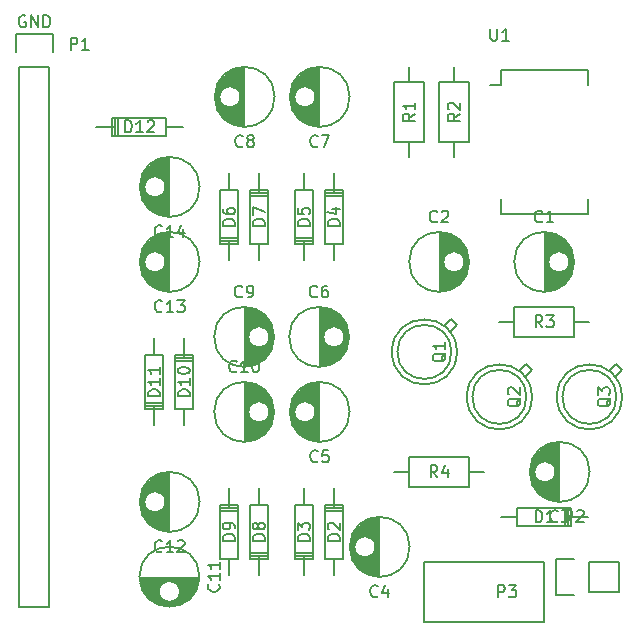
<source format=gto>
G04 #@! TF.FileFunction,Legend,Top*
%FSLAX46Y46*%
G04 Gerber Fmt 4.6, Leading zero omitted, Abs format (unit mm)*
G04 Created by KiCad (PCBNEW 4.0.4+e1-6308~48~ubuntu16.04.1-stable) date Thu Dec  1 18:14:11 2016*
%MOMM*%
%LPD*%
G01*
G04 APERTURE LIST*
%ADD10C,0.100000*%
%ADD11C,0.150000*%
G04 APERTURE END LIST*
D10*
D11*
X106680000Y-78740000D02*
X116840000Y-78740000D01*
X116840000Y-78740000D02*
X116840000Y-83820000D01*
X116840000Y-83820000D02*
X106680000Y-83820000D01*
X106680000Y-83820000D02*
X106680000Y-78740000D01*
X72390000Y-36830000D02*
X72390000Y-82550000D01*
X72390000Y-82550000D02*
X74930000Y-82550000D01*
X74930000Y-82550000D02*
X74930000Y-36830000D01*
X72110000Y-34010000D02*
X72110000Y-35560000D01*
X72390000Y-36830000D02*
X74930000Y-36830000D01*
X75210000Y-35560000D02*
X75210000Y-34010000D01*
X75210000Y-34010000D02*
X72110000Y-34010000D01*
X114553480Y-74932540D02*
X113156480Y-74932540D01*
X118998480Y-74932540D02*
X120522480Y-74932540D01*
X118617480Y-75694540D02*
X118617480Y-74170540D01*
X118871480Y-75694540D02*
X118871480Y-74170540D01*
X119125480Y-74932540D02*
X119125480Y-74170540D01*
X119125480Y-74170540D02*
X114553480Y-74170540D01*
X114553480Y-74170540D02*
X114553480Y-75694540D01*
X114553480Y-75694540D02*
X119125480Y-75694540D01*
X119125480Y-75694540D02*
X119125480Y-74932540D01*
X99062540Y-78486520D02*
X99062540Y-79883520D01*
X99062540Y-74041520D02*
X99062540Y-72517520D01*
X99824540Y-74422520D02*
X98300540Y-74422520D01*
X99824540Y-74168520D02*
X98300540Y-74168520D01*
X99062540Y-73914520D02*
X98300540Y-73914520D01*
X98300540Y-73914520D02*
X98300540Y-78486520D01*
X98300540Y-78486520D02*
X99824540Y-78486520D01*
X99824540Y-78486520D02*
X99824540Y-73914520D01*
X99824540Y-73914520D02*
X99062540Y-73914520D01*
X96517460Y-73913480D02*
X96517460Y-72516480D01*
X96517460Y-78358480D02*
X96517460Y-79882480D01*
X95755460Y-77977480D02*
X97279460Y-77977480D01*
X95755460Y-78231480D02*
X97279460Y-78231480D01*
X96517460Y-78485480D02*
X97279460Y-78485480D01*
X97279460Y-78485480D02*
X97279460Y-73913480D01*
X97279460Y-73913480D02*
X95755460Y-73913480D01*
X95755460Y-73913480D02*
X95755460Y-78485480D01*
X95755460Y-78485480D02*
X96517460Y-78485480D01*
X99062540Y-51816520D02*
X99062540Y-53213520D01*
X99062540Y-47371520D02*
X99062540Y-45847520D01*
X99824540Y-47752520D02*
X98300540Y-47752520D01*
X99824540Y-47498520D02*
X98300540Y-47498520D01*
X99062540Y-47244520D02*
X98300540Y-47244520D01*
X98300540Y-47244520D02*
X98300540Y-51816520D01*
X98300540Y-51816520D02*
X99824540Y-51816520D01*
X99824540Y-51816520D02*
X99824540Y-47244520D01*
X99824540Y-47244520D02*
X99062540Y-47244520D01*
X96517460Y-47243480D02*
X96517460Y-45846480D01*
X96517460Y-51688480D02*
X96517460Y-53212480D01*
X95755460Y-51307480D02*
X97279460Y-51307480D01*
X95755460Y-51561480D02*
X97279460Y-51561480D01*
X96517460Y-51815480D02*
X97279460Y-51815480D01*
X97279460Y-51815480D02*
X97279460Y-47243480D01*
X97279460Y-47243480D02*
X95755460Y-47243480D01*
X95755460Y-47243480D02*
X95755460Y-51815480D01*
X95755460Y-51815480D02*
X96517460Y-51815480D01*
X90167460Y-47243480D02*
X90167460Y-45846480D01*
X90167460Y-51688480D02*
X90167460Y-53212480D01*
X89405460Y-51307480D02*
X90929460Y-51307480D01*
X89405460Y-51561480D02*
X90929460Y-51561480D01*
X90167460Y-51815480D02*
X90929460Y-51815480D01*
X90929460Y-51815480D02*
X90929460Y-47243480D01*
X90929460Y-47243480D02*
X89405460Y-47243480D01*
X89405460Y-47243480D02*
X89405460Y-51815480D01*
X89405460Y-51815480D02*
X90167460Y-51815480D01*
X92712540Y-51816520D02*
X92712540Y-53213520D01*
X92712540Y-47371520D02*
X92712540Y-45847520D01*
X93474540Y-47752520D02*
X91950540Y-47752520D01*
X93474540Y-47498520D02*
X91950540Y-47498520D01*
X92712540Y-47244520D02*
X91950540Y-47244520D01*
X91950540Y-47244520D02*
X91950540Y-51816520D01*
X91950540Y-51816520D02*
X93474540Y-51816520D01*
X93474540Y-51816520D02*
X93474540Y-47244520D01*
X93474540Y-47244520D02*
X92712540Y-47244520D01*
X92707460Y-73913480D02*
X92707460Y-72516480D01*
X92707460Y-78358480D02*
X92707460Y-79882480D01*
X91945460Y-77977480D02*
X93469460Y-77977480D01*
X91945460Y-78231480D02*
X93469460Y-78231480D01*
X92707460Y-78485480D02*
X93469460Y-78485480D01*
X93469460Y-78485480D02*
X93469460Y-73913480D01*
X93469460Y-73913480D02*
X91945460Y-73913480D01*
X91945460Y-73913480D02*
X91945460Y-78485480D01*
X91945460Y-78485480D02*
X92707460Y-78485480D01*
X90172540Y-78486520D02*
X90172540Y-79883520D01*
X90172540Y-74041520D02*
X90172540Y-72517520D01*
X90934540Y-74422520D02*
X89410540Y-74422520D01*
X90934540Y-74168520D02*
X89410540Y-74168520D01*
X90172540Y-73914520D02*
X89410540Y-73914520D01*
X89410540Y-73914520D02*
X89410540Y-78486520D01*
X89410540Y-78486520D02*
X90934540Y-78486520D01*
X90934540Y-78486520D02*
X90934540Y-73914520D01*
X90934540Y-73914520D02*
X90172540Y-73914520D01*
X86362540Y-65786520D02*
X86362540Y-67183520D01*
X86362540Y-61341520D02*
X86362540Y-59817520D01*
X87124540Y-61722520D02*
X85600540Y-61722520D01*
X87124540Y-61468520D02*
X85600540Y-61468520D01*
X86362540Y-61214520D02*
X85600540Y-61214520D01*
X85600540Y-61214520D02*
X85600540Y-65786520D01*
X85600540Y-65786520D02*
X87124540Y-65786520D01*
X87124540Y-65786520D02*
X87124540Y-61214520D01*
X87124540Y-61214520D02*
X86362540Y-61214520D01*
X83817460Y-61213480D02*
X83817460Y-59816480D01*
X83817460Y-65658480D02*
X83817460Y-67182480D01*
X83055460Y-65277480D02*
X84579460Y-65277480D01*
X83055460Y-65531480D02*
X84579460Y-65531480D01*
X83817460Y-65785480D02*
X84579460Y-65785480D01*
X84579460Y-65785480D02*
X84579460Y-61213480D01*
X84579460Y-61213480D02*
X83055460Y-61213480D01*
X83055460Y-61213480D02*
X83055460Y-65785480D01*
X83055460Y-65785480D02*
X83817460Y-65785480D01*
X84836520Y-41907460D02*
X86233520Y-41907460D01*
X80391520Y-41907460D02*
X78867520Y-41907460D01*
X80772520Y-41145460D02*
X80772520Y-42669460D01*
X80518520Y-41145460D02*
X80518520Y-42669460D01*
X80264520Y-41907460D02*
X80264520Y-42669460D01*
X80264520Y-42669460D02*
X84836520Y-42669460D01*
X84836520Y-42669460D02*
X84836520Y-41145460D01*
X84836520Y-41145460D02*
X80264520Y-41145460D01*
X80264520Y-41145460D02*
X80264520Y-41907460D01*
X106680000Y-38100000D02*
X106680000Y-43180000D01*
X106680000Y-43180000D02*
X104140000Y-43180000D01*
X104140000Y-43180000D02*
X104140000Y-38100000D01*
X104140000Y-38100000D02*
X106680000Y-38100000D01*
X105410000Y-38100000D02*
X105410000Y-36830000D01*
X105410000Y-43180000D02*
X105410000Y-44450000D01*
X110490000Y-38100000D02*
X110490000Y-43180000D01*
X110490000Y-43180000D02*
X107950000Y-43180000D01*
X107950000Y-43180000D02*
X107950000Y-38100000D01*
X107950000Y-38100000D02*
X110490000Y-38100000D01*
X109220000Y-38100000D02*
X109220000Y-36830000D01*
X109220000Y-43180000D02*
X109220000Y-44450000D01*
X114300000Y-57150000D02*
X119380000Y-57150000D01*
X119380000Y-57150000D02*
X119380000Y-59690000D01*
X119380000Y-59690000D02*
X114300000Y-59690000D01*
X114300000Y-59690000D02*
X114300000Y-57150000D01*
X114300000Y-58420000D02*
X113030000Y-58420000D01*
X119380000Y-58420000D02*
X120650000Y-58420000D01*
X110490000Y-72390000D02*
X105410000Y-72390000D01*
X105410000Y-72390000D02*
X105410000Y-69850000D01*
X105410000Y-69850000D02*
X110490000Y-69850000D01*
X110490000Y-69850000D02*
X110490000Y-72390000D01*
X110490000Y-71120000D02*
X111760000Y-71120000D01*
X105410000Y-71120000D02*
X104140000Y-71120000D01*
X108966000Y-58166000D02*
X108458000Y-58674000D01*
X108966000Y-59182000D02*
X109474000Y-58674000D01*
X109474000Y-58674000D02*
X108966000Y-58166000D01*
X108966000Y-60960000D02*
G75*
G03X108966000Y-60960000I-2286000J0D01*
G01*
X109430000Y-60960000D02*
G75*
G03X109430000Y-60960000I-2750000J0D01*
G01*
X122936000Y-61976000D02*
X122428000Y-62484000D01*
X122936000Y-62992000D02*
X123444000Y-62484000D01*
X123444000Y-62484000D02*
X122936000Y-61976000D01*
X122936000Y-64770000D02*
G75*
G03X122936000Y-64770000I-2286000J0D01*
G01*
X123400000Y-64770000D02*
G75*
G03X123400000Y-64770000I-2750000J0D01*
G01*
X115316000Y-61976000D02*
X114808000Y-62484000D01*
X115316000Y-62992000D02*
X115824000Y-62484000D01*
X115824000Y-62484000D02*
X115316000Y-61976000D01*
X115316000Y-64770000D02*
G75*
G03X115316000Y-64770000I-2286000J0D01*
G01*
X115780000Y-64770000D02*
G75*
G03X115780000Y-64770000I-2750000J0D01*
G01*
X91385000Y-41869000D02*
X91385000Y-36871000D01*
X91245000Y-41861000D02*
X91245000Y-36879000D01*
X91105000Y-41845000D02*
X91105000Y-39465000D01*
X91105000Y-39275000D02*
X91105000Y-36895000D01*
X90965000Y-41821000D02*
X90965000Y-39860000D01*
X90965000Y-38880000D02*
X90965000Y-36919000D01*
X90825000Y-41788000D02*
X90825000Y-40027000D01*
X90825000Y-38713000D02*
X90825000Y-36952000D01*
X90685000Y-41747000D02*
X90685000Y-40134000D01*
X90685000Y-38606000D02*
X90685000Y-36993000D01*
X90545000Y-41697000D02*
X90545000Y-40205000D01*
X90545000Y-38535000D02*
X90545000Y-37043000D01*
X90405000Y-41636000D02*
X90405000Y-40249000D01*
X90405000Y-38491000D02*
X90405000Y-37104000D01*
X90265000Y-41566000D02*
X90265000Y-40268000D01*
X90265000Y-38472000D02*
X90265000Y-37174000D01*
X90125000Y-41484000D02*
X90125000Y-40266000D01*
X90125000Y-38474000D02*
X90125000Y-37256000D01*
X89985000Y-41389000D02*
X89985000Y-40241000D01*
X89985000Y-38499000D02*
X89985000Y-37351000D01*
X89845000Y-41278000D02*
X89845000Y-40193000D01*
X89845000Y-38547000D02*
X89845000Y-37462000D01*
X89705000Y-41150000D02*
X89705000Y-40115000D01*
X89705000Y-38625000D02*
X89705000Y-37590000D01*
X89565000Y-41001000D02*
X89565000Y-39998000D01*
X89565000Y-38742000D02*
X89565000Y-37739000D01*
X89425000Y-40822000D02*
X89425000Y-39810000D01*
X89425000Y-38930000D02*
X89425000Y-37918000D01*
X89285000Y-40603000D02*
X89285000Y-38137000D01*
X89145000Y-40314000D02*
X89145000Y-38426000D01*
X89005000Y-39842000D02*
X89005000Y-38898000D01*
X91110000Y-39370000D02*
G75*
G03X91110000Y-39370000I-900000J0D01*
G01*
X93997500Y-39370000D02*
G75*
G03X93997500Y-39370000I-2537500J0D01*
G01*
X116895000Y-50841000D02*
X116895000Y-55839000D01*
X117035000Y-50849000D02*
X117035000Y-55831000D01*
X117175000Y-50865000D02*
X117175000Y-53245000D01*
X117175000Y-53435000D02*
X117175000Y-55815000D01*
X117315000Y-50889000D02*
X117315000Y-52850000D01*
X117315000Y-53830000D02*
X117315000Y-55791000D01*
X117455000Y-50922000D02*
X117455000Y-52683000D01*
X117455000Y-53997000D02*
X117455000Y-55758000D01*
X117595000Y-50963000D02*
X117595000Y-52576000D01*
X117595000Y-54104000D02*
X117595000Y-55717000D01*
X117735000Y-51013000D02*
X117735000Y-52505000D01*
X117735000Y-54175000D02*
X117735000Y-55667000D01*
X117875000Y-51074000D02*
X117875000Y-52461000D01*
X117875000Y-54219000D02*
X117875000Y-55606000D01*
X118015000Y-51144000D02*
X118015000Y-52442000D01*
X118015000Y-54238000D02*
X118015000Y-55536000D01*
X118155000Y-51226000D02*
X118155000Y-52444000D01*
X118155000Y-54236000D02*
X118155000Y-55454000D01*
X118295000Y-51321000D02*
X118295000Y-52469000D01*
X118295000Y-54211000D02*
X118295000Y-55359000D01*
X118435000Y-51432000D02*
X118435000Y-52517000D01*
X118435000Y-54163000D02*
X118435000Y-55248000D01*
X118575000Y-51560000D02*
X118575000Y-52595000D01*
X118575000Y-54085000D02*
X118575000Y-55120000D01*
X118715000Y-51709000D02*
X118715000Y-52712000D01*
X118715000Y-53968000D02*
X118715000Y-54971000D01*
X118855000Y-51888000D02*
X118855000Y-52900000D01*
X118855000Y-53780000D02*
X118855000Y-54792000D01*
X118995000Y-52107000D02*
X118995000Y-54573000D01*
X119135000Y-52396000D02*
X119135000Y-54284000D01*
X119275000Y-52868000D02*
X119275000Y-53812000D01*
X118970000Y-53340000D02*
G75*
G03X118970000Y-53340000I-900000J0D01*
G01*
X119357500Y-53340000D02*
G75*
G03X119357500Y-53340000I-2537500J0D01*
G01*
X108005000Y-50841000D02*
X108005000Y-55839000D01*
X108145000Y-50849000D02*
X108145000Y-55831000D01*
X108285000Y-50865000D02*
X108285000Y-53245000D01*
X108285000Y-53435000D02*
X108285000Y-55815000D01*
X108425000Y-50889000D02*
X108425000Y-52850000D01*
X108425000Y-53830000D02*
X108425000Y-55791000D01*
X108565000Y-50922000D02*
X108565000Y-52683000D01*
X108565000Y-53997000D02*
X108565000Y-55758000D01*
X108705000Y-50963000D02*
X108705000Y-52576000D01*
X108705000Y-54104000D02*
X108705000Y-55717000D01*
X108845000Y-51013000D02*
X108845000Y-52505000D01*
X108845000Y-54175000D02*
X108845000Y-55667000D01*
X108985000Y-51074000D02*
X108985000Y-52461000D01*
X108985000Y-54219000D02*
X108985000Y-55606000D01*
X109125000Y-51144000D02*
X109125000Y-52442000D01*
X109125000Y-54238000D02*
X109125000Y-55536000D01*
X109265000Y-51226000D02*
X109265000Y-52444000D01*
X109265000Y-54236000D02*
X109265000Y-55454000D01*
X109405000Y-51321000D02*
X109405000Y-52469000D01*
X109405000Y-54211000D02*
X109405000Y-55359000D01*
X109545000Y-51432000D02*
X109545000Y-52517000D01*
X109545000Y-54163000D02*
X109545000Y-55248000D01*
X109685000Y-51560000D02*
X109685000Y-52595000D01*
X109685000Y-54085000D02*
X109685000Y-55120000D01*
X109825000Y-51709000D02*
X109825000Y-52712000D01*
X109825000Y-53968000D02*
X109825000Y-54971000D01*
X109965000Y-51888000D02*
X109965000Y-52900000D01*
X109965000Y-53780000D02*
X109965000Y-54792000D01*
X110105000Y-52107000D02*
X110105000Y-54573000D01*
X110245000Y-52396000D02*
X110245000Y-54284000D01*
X110385000Y-52868000D02*
X110385000Y-53812000D01*
X110080000Y-53340000D02*
G75*
G03X110080000Y-53340000I-900000J0D01*
G01*
X110467500Y-53340000D02*
G75*
G03X110467500Y-53340000I-2537500J0D01*
G01*
X118055000Y-73619000D02*
X118055000Y-68621000D01*
X117915000Y-73611000D02*
X117915000Y-68629000D01*
X117775000Y-73595000D02*
X117775000Y-71215000D01*
X117775000Y-71025000D02*
X117775000Y-68645000D01*
X117635000Y-73571000D02*
X117635000Y-71610000D01*
X117635000Y-70630000D02*
X117635000Y-68669000D01*
X117495000Y-73538000D02*
X117495000Y-71777000D01*
X117495000Y-70463000D02*
X117495000Y-68702000D01*
X117355000Y-73497000D02*
X117355000Y-71884000D01*
X117355000Y-70356000D02*
X117355000Y-68743000D01*
X117215000Y-73447000D02*
X117215000Y-71955000D01*
X117215000Y-70285000D02*
X117215000Y-68793000D01*
X117075000Y-73386000D02*
X117075000Y-71999000D01*
X117075000Y-70241000D02*
X117075000Y-68854000D01*
X116935000Y-73316000D02*
X116935000Y-72018000D01*
X116935000Y-70222000D02*
X116935000Y-68924000D01*
X116795000Y-73234000D02*
X116795000Y-72016000D01*
X116795000Y-70224000D02*
X116795000Y-69006000D01*
X116655000Y-73139000D02*
X116655000Y-71991000D01*
X116655000Y-70249000D02*
X116655000Y-69101000D01*
X116515000Y-73028000D02*
X116515000Y-71943000D01*
X116515000Y-70297000D02*
X116515000Y-69212000D01*
X116375000Y-72900000D02*
X116375000Y-71865000D01*
X116375000Y-70375000D02*
X116375000Y-69340000D01*
X116235000Y-72751000D02*
X116235000Y-71748000D01*
X116235000Y-70492000D02*
X116235000Y-69489000D01*
X116095000Y-72572000D02*
X116095000Y-71560000D01*
X116095000Y-70680000D02*
X116095000Y-69668000D01*
X115955000Y-72353000D02*
X115955000Y-69887000D01*
X115815000Y-72064000D02*
X115815000Y-70176000D01*
X115675000Y-71592000D02*
X115675000Y-70648000D01*
X117780000Y-71120000D02*
G75*
G03X117780000Y-71120000I-900000J0D01*
G01*
X120667500Y-71120000D02*
G75*
G03X120667500Y-71120000I-2537500J0D01*
G01*
X102815000Y-79969000D02*
X102815000Y-74971000D01*
X102675000Y-79961000D02*
X102675000Y-74979000D01*
X102535000Y-79945000D02*
X102535000Y-77565000D01*
X102535000Y-77375000D02*
X102535000Y-74995000D01*
X102395000Y-79921000D02*
X102395000Y-77960000D01*
X102395000Y-76980000D02*
X102395000Y-75019000D01*
X102255000Y-79888000D02*
X102255000Y-78127000D01*
X102255000Y-76813000D02*
X102255000Y-75052000D01*
X102115000Y-79847000D02*
X102115000Y-78234000D01*
X102115000Y-76706000D02*
X102115000Y-75093000D01*
X101975000Y-79797000D02*
X101975000Y-78305000D01*
X101975000Y-76635000D02*
X101975000Y-75143000D01*
X101835000Y-79736000D02*
X101835000Y-78349000D01*
X101835000Y-76591000D02*
X101835000Y-75204000D01*
X101695000Y-79666000D02*
X101695000Y-78368000D01*
X101695000Y-76572000D02*
X101695000Y-75274000D01*
X101555000Y-79584000D02*
X101555000Y-78366000D01*
X101555000Y-76574000D02*
X101555000Y-75356000D01*
X101415000Y-79489000D02*
X101415000Y-78341000D01*
X101415000Y-76599000D02*
X101415000Y-75451000D01*
X101275000Y-79378000D02*
X101275000Y-78293000D01*
X101275000Y-76647000D02*
X101275000Y-75562000D01*
X101135000Y-79250000D02*
X101135000Y-78215000D01*
X101135000Y-76725000D02*
X101135000Y-75690000D01*
X100995000Y-79101000D02*
X100995000Y-78098000D01*
X100995000Y-76842000D02*
X100995000Y-75839000D01*
X100855000Y-78922000D02*
X100855000Y-77910000D01*
X100855000Y-77030000D02*
X100855000Y-76018000D01*
X100715000Y-78703000D02*
X100715000Y-76237000D01*
X100575000Y-78414000D02*
X100575000Y-76526000D01*
X100435000Y-77942000D02*
X100435000Y-76998000D01*
X102540000Y-77470000D02*
G75*
G03X102540000Y-77470000I-900000J0D01*
G01*
X105427500Y-77470000D02*
G75*
G03X105427500Y-77470000I-2537500J0D01*
G01*
X97735000Y-68539000D02*
X97735000Y-63541000D01*
X97595000Y-68531000D02*
X97595000Y-63549000D01*
X97455000Y-68515000D02*
X97455000Y-66135000D01*
X97455000Y-65945000D02*
X97455000Y-63565000D01*
X97315000Y-68491000D02*
X97315000Y-66530000D01*
X97315000Y-65550000D02*
X97315000Y-63589000D01*
X97175000Y-68458000D02*
X97175000Y-66697000D01*
X97175000Y-65383000D02*
X97175000Y-63622000D01*
X97035000Y-68417000D02*
X97035000Y-66804000D01*
X97035000Y-65276000D02*
X97035000Y-63663000D01*
X96895000Y-68367000D02*
X96895000Y-66875000D01*
X96895000Y-65205000D02*
X96895000Y-63713000D01*
X96755000Y-68306000D02*
X96755000Y-66919000D01*
X96755000Y-65161000D02*
X96755000Y-63774000D01*
X96615000Y-68236000D02*
X96615000Y-66938000D01*
X96615000Y-65142000D02*
X96615000Y-63844000D01*
X96475000Y-68154000D02*
X96475000Y-66936000D01*
X96475000Y-65144000D02*
X96475000Y-63926000D01*
X96335000Y-68059000D02*
X96335000Y-66911000D01*
X96335000Y-65169000D02*
X96335000Y-64021000D01*
X96195000Y-67948000D02*
X96195000Y-66863000D01*
X96195000Y-65217000D02*
X96195000Y-64132000D01*
X96055000Y-67820000D02*
X96055000Y-66785000D01*
X96055000Y-65295000D02*
X96055000Y-64260000D01*
X95915000Y-67671000D02*
X95915000Y-66668000D01*
X95915000Y-65412000D02*
X95915000Y-64409000D01*
X95775000Y-67492000D02*
X95775000Y-66480000D01*
X95775000Y-65600000D02*
X95775000Y-64588000D01*
X95635000Y-67273000D02*
X95635000Y-64807000D01*
X95495000Y-66984000D02*
X95495000Y-65096000D01*
X95355000Y-66512000D02*
X95355000Y-65568000D01*
X97460000Y-66040000D02*
G75*
G03X97460000Y-66040000I-900000J0D01*
G01*
X100347500Y-66040000D02*
G75*
G03X100347500Y-66040000I-2537500J0D01*
G01*
X97845000Y-57191000D02*
X97845000Y-62189000D01*
X97985000Y-57199000D02*
X97985000Y-62181000D01*
X98125000Y-57215000D02*
X98125000Y-59595000D01*
X98125000Y-59785000D02*
X98125000Y-62165000D01*
X98265000Y-57239000D02*
X98265000Y-59200000D01*
X98265000Y-60180000D02*
X98265000Y-62141000D01*
X98405000Y-57272000D02*
X98405000Y-59033000D01*
X98405000Y-60347000D02*
X98405000Y-62108000D01*
X98545000Y-57313000D02*
X98545000Y-58926000D01*
X98545000Y-60454000D02*
X98545000Y-62067000D01*
X98685000Y-57363000D02*
X98685000Y-58855000D01*
X98685000Y-60525000D02*
X98685000Y-62017000D01*
X98825000Y-57424000D02*
X98825000Y-58811000D01*
X98825000Y-60569000D02*
X98825000Y-61956000D01*
X98965000Y-57494000D02*
X98965000Y-58792000D01*
X98965000Y-60588000D02*
X98965000Y-61886000D01*
X99105000Y-57576000D02*
X99105000Y-58794000D01*
X99105000Y-60586000D02*
X99105000Y-61804000D01*
X99245000Y-57671000D02*
X99245000Y-58819000D01*
X99245000Y-60561000D02*
X99245000Y-61709000D01*
X99385000Y-57782000D02*
X99385000Y-58867000D01*
X99385000Y-60513000D02*
X99385000Y-61598000D01*
X99525000Y-57910000D02*
X99525000Y-58945000D01*
X99525000Y-60435000D02*
X99525000Y-61470000D01*
X99665000Y-58059000D02*
X99665000Y-59062000D01*
X99665000Y-60318000D02*
X99665000Y-61321000D01*
X99805000Y-58238000D02*
X99805000Y-59250000D01*
X99805000Y-60130000D02*
X99805000Y-61142000D01*
X99945000Y-58457000D02*
X99945000Y-60923000D01*
X100085000Y-58746000D02*
X100085000Y-60634000D01*
X100225000Y-59218000D02*
X100225000Y-60162000D01*
X99920000Y-59690000D02*
G75*
G03X99920000Y-59690000I-900000J0D01*
G01*
X100307500Y-59690000D02*
G75*
G03X100307500Y-59690000I-2537500J0D01*
G01*
X97735000Y-41869000D02*
X97735000Y-36871000D01*
X97595000Y-41861000D02*
X97595000Y-36879000D01*
X97455000Y-41845000D02*
X97455000Y-39465000D01*
X97455000Y-39275000D02*
X97455000Y-36895000D01*
X97315000Y-41821000D02*
X97315000Y-39860000D01*
X97315000Y-38880000D02*
X97315000Y-36919000D01*
X97175000Y-41788000D02*
X97175000Y-40027000D01*
X97175000Y-38713000D02*
X97175000Y-36952000D01*
X97035000Y-41747000D02*
X97035000Y-40134000D01*
X97035000Y-38606000D02*
X97035000Y-36993000D01*
X96895000Y-41697000D02*
X96895000Y-40205000D01*
X96895000Y-38535000D02*
X96895000Y-37043000D01*
X96755000Y-41636000D02*
X96755000Y-40249000D01*
X96755000Y-38491000D02*
X96755000Y-37104000D01*
X96615000Y-41566000D02*
X96615000Y-40268000D01*
X96615000Y-38472000D02*
X96615000Y-37174000D01*
X96475000Y-41484000D02*
X96475000Y-40266000D01*
X96475000Y-38474000D02*
X96475000Y-37256000D01*
X96335000Y-41389000D02*
X96335000Y-40241000D01*
X96335000Y-38499000D02*
X96335000Y-37351000D01*
X96195000Y-41278000D02*
X96195000Y-40193000D01*
X96195000Y-38547000D02*
X96195000Y-37462000D01*
X96055000Y-41150000D02*
X96055000Y-40115000D01*
X96055000Y-38625000D02*
X96055000Y-37590000D01*
X95915000Y-41001000D02*
X95915000Y-39998000D01*
X95915000Y-38742000D02*
X95915000Y-37739000D01*
X95775000Y-40822000D02*
X95775000Y-39810000D01*
X95775000Y-38930000D02*
X95775000Y-37918000D01*
X95635000Y-40603000D02*
X95635000Y-38137000D01*
X95495000Y-40314000D02*
X95495000Y-38426000D01*
X95355000Y-39842000D02*
X95355000Y-38898000D01*
X97460000Y-39370000D02*
G75*
G03X97460000Y-39370000I-900000J0D01*
G01*
X100347500Y-39370000D02*
G75*
G03X100347500Y-39370000I-2537500J0D01*
G01*
X91495000Y-57191000D02*
X91495000Y-62189000D01*
X91635000Y-57199000D02*
X91635000Y-62181000D01*
X91775000Y-57215000D02*
X91775000Y-59595000D01*
X91775000Y-59785000D02*
X91775000Y-62165000D01*
X91915000Y-57239000D02*
X91915000Y-59200000D01*
X91915000Y-60180000D02*
X91915000Y-62141000D01*
X92055000Y-57272000D02*
X92055000Y-59033000D01*
X92055000Y-60347000D02*
X92055000Y-62108000D01*
X92195000Y-57313000D02*
X92195000Y-58926000D01*
X92195000Y-60454000D02*
X92195000Y-62067000D01*
X92335000Y-57363000D02*
X92335000Y-58855000D01*
X92335000Y-60525000D02*
X92335000Y-62017000D01*
X92475000Y-57424000D02*
X92475000Y-58811000D01*
X92475000Y-60569000D02*
X92475000Y-61956000D01*
X92615000Y-57494000D02*
X92615000Y-58792000D01*
X92615000Y-60588000D02*
X92615000Y-61886000D01*
X92755000Y-57576000D02*
X92755000Y-58794000D01*
X92755000Y-60586000D02*
X92755000Y-61804000D01*
X92895000Y-57671000D02*
X92895000Y-58819000D01*
X92895000Y-60561000D02*
X92895000Y-61709000D01*
X93035000Y-57782000D02*
X93035000Y-58867000D01*
X93035000Y-60513000D02*
X93035000Y-61598000D01*
X93175000Y-57910000D02*
X93175000Y-58945000D01*
X93175000Y-60435000D02*
X93175000Y-61470000D01*
X93315000Y-58059000D02*
X93315000Y-59062000D01*
X93315000Y-60318000D02*
X93315000Y-61321000D01*
X93455000Y-58238000D02*
X93455000Y-59250000D01*
X93455000Y-60130000D02*
X93455000Y-61142000D01*
X93595000Y-58457000D02*
X93595000Y-60923000D01*
X93735000Y-58746000D02*
X93735000Y-60634000D01*
X93875000Y-59218000D02*
X93875000Y-60162000D01*
X93570000Y-59690000D02*
G75*
G03X93570000Y-59690000I-900000J0D01*
G01*
X93957500Y-59690000D02*
G75*
G03X93957500Y-59690000I-2537500J0D01*
G01*
X91495000Y-63541000D02*
X91495000Y-68539000D01*
X91635000Y-63549000D02*
X91635000Y-68531000D01*
X91775000Y-63565000D02*
X91775000Y-65945000D01*
X91775000Y-66135000D02*
X91775000Y-68515000D01*
X91915000Y-63589000D02*
X91915000Y-65550000D01*
X91915000Y-66530000D02*
X91915000Y-68491000D01*
X92055000Y-63622000D02*
X92055000Y-65383000D01*
X92055000Y-66697000D02*
X92055000Y-68458000D01*
X92195000Y-63663000D02*
X92195000Y-65276000D01*
X92195000Y-66804000D02*
X92195000Y-68417000D01*
X92335000Y-63713000D02*
X92335000Y-65205000D01*
X92335000Y-66875000D02*
X92335000Y-68367000D01*
X92475000Y-63774000D02*
X92475000Y-65161000D01*
X92475000Y-66919000D02*
X92475000Y-68306000D01*
X92615000Y-63844000D02*
X92615000Y-65142000D01*
X92615000Y-66938000D02*
X92615000Y-68236000D01*
X92755000Y-63926000D02*
X92755000Y-65144000D01*
X92755000Y-66936000D02*
X92755000Y-68154000D01*
X92895000Y-64021000D02*
X92895000Y-65169000D01*
X92895000Y-66911000D02*
X92895000Y-68059000D01*
X93035000Y-64132000D02*
X93035000Y-65217000D01*
X93035000Y-66863000D02*
X93035000Y-67948000D01*
X93175000Y-64260000D02*
X93175000Y-65295000D01*
X93175000Y-66785000D02*
X93175000Y-67820000D01*
X93315000Y-64409000D02*
X93315000Y-65412000D01*
X93315000Y-66668000D02*
X93315000Y-67671000D01*
X93455000Y-64588000D02*
X93455000Y-65600000D01*
X93455000Y-66480000D02*
X93455000Y-67492000D01*
X93595000Y-64807000D02*
X93595000Y-67273000D01*
X93735000Y-65096000D02*
X93735000Y-66984000D01*
X93875000Y-65568000D02*
X93875000Y-66512000D01*
X93570000Y-66040000D02*
G75*
G03X93570000Y-66040000I-900000J0D01*
G01*
X93957500Y-66040000D02*
G75*
G03X93957500Y-66040000I-2537500J0D01*
G01*
X87589000Y-80065000D02*
X82591000Y-80065000D01*
X87581000Y-80205000D02*
X82599000Y-80205000D01*
X87565000Y-80345000D02*
X85185000Y-80345000D01*
X84995000Y-80345000D02*
X82615000Y-80345000D01*
X87541000Y-80485000D02*
X85580000Y-80485000D01*
X84600000Y-80485000D02*
X82639000Y-80485000D01*
X87508000Y-80625000D02*
X85747000Y-80625000D01*
X84433000Y-80625000D02*
X82672000Y-80625000D01*
X87467000Y-80765000D02*
X85854000Y-80765000D01*
X84326000Y-80765000D02*
X82713000Y-80765000D01*
X87417000Y-80905000D02*
X85925000Y-80905000D01*
X84255000Y-80905000D02*
X82763000Y-80905000D01*
X87356000Y-81045000D02*
X85969000Y-81045000D01*
X84211000Y-81045000D02*
X82824000Y-81045000D01*
X87286000Y-81185000D02*
X85988000Y-81185000D01*
X84192000Y-81185000D02*
X82894000Y-81185000D01*
X87204000Y-81325000D02*
X85986000Y-81325000D01*
X84194000Y-81325000D02*
X82976000Y-81325000D01*
X87109000Y-81465000D02*
X85961000Y-81465000D01*
X84219000Y-81465000D02*
X83071000Y-81465000D01*
X86998000Y-81605000D02*
X85913000Y-81605000D01*
X84267000Y-81605000D02*
X83182000Y-81605000D01*
X86870000Y-81745000D02*
X85835000Y-81745000D01*
X84345000Y-81745000D02*
X83310000Y-81745000D01*
X86721000Y-81885000D02*
X85718000Y-81885000D01*
X84462000Y-81885000D02*
X83459000Y-81885000D01*
X86542000Y-82025000D02*
X85530000Y-82025000D01*
X84650000Y-82025000D02*
X83638000Y-82025000D01*
X86323000Y-82165000D02*
X83857000Y-82165000D01*
X86034000Y-82305000D02*
X84146000Y-82305000D01*
X85562000Y-82445000D02*
X84618000Y-82445000D01*
X85990000Y-81240000D02*
G75*
G03X85990000Y-81240000I-900000J0D01*
G01*
X87627500Y-79990000D02*
G75*
G03X87627500Y-79990000I-2537500J0D01*
G01*
X85035000Y-76159000D02*
X85035000Y-71161000D01*
X84895000Y-76151000D02*
X84895000Y-71169000D01*
X84755000Y-76135000D02*
X84755000Y-73755000D01*
X84755000Y-73565000D02*
X84755000Y-71185000D01*
X84615000Y-76111000D02*
X84615000Y-74150000D01*
X84615000Y-73170000D02*
X84615000Y-71209000D01*
X84475000Y-76078000D02*
X84475000Y-74317000D01*
X84475000Y-73003000D02*
X84475000Y-71242000D01*
X84335000Y-76037000D02*
X84335000Y-74424000D01*
X84335000Y-72896000D02*
X84335000Y-71283000D01*
X84195000Y-75987000D02*
X84195000Y-74495000D01*
X84195000Y-72825000D02*
X84195000Y-71333000D01*
X84055000Y-75926000D02*
X84055000Y-74539000D01*
X84055000Y-72781000D02*
X84055000Y-71394000D01*
X83915000Y-75856000D02*
X83915000Y-74558000D01*
X83915000Y-72762000D02*
X83915000Y-71464000D01*
X83775000Y-75774000D02*
X83775000Y-74556000D01*
X83775000Y-72764000D02*
X83775000Y-71546000D01*
X83635000Y-75679000D02*
X83635000Y-74531000D01*
X83635000Y-72789000D02*
X83635000Y-71641000D01*
X83495000Y-75568000D02*
X83495000Y-74483000D01*
X83495000Y-72837000D02*
X83495000Y-71752000D01*
X83355000Y-75440000D02*
X83355000Y-74405000D01*
X83355000Y-72915000D02*
X83355000Y-71880000D01*
X83215000Y-75291000D02*
X83215000Y-74288000D01*
X83215000Y-73032000D02*
X83215000Y-72029000D01*
X83075000Y-75112000D02*
X83075000Y-74100000D01*
X83075000Y-73220000D02*
X83075000Y-72208000D01*
X82935000Y-74893000D02*
X82935000Y-72427000D01*
X82795000Y-74604000D02*
X82795000Y-72716000D01*
X82655000Y-74132000D02*
X82655000Y-73188000D01*
X84760000Y-73660000D02*
G75*
G03X84760000Y-73660000I-900000J0D01*
G01*
X87647500Y-73660000D02*
G75*
G03X87647500Y-73660000I-2537500J0D01*
G01*
X85035000Y-55839000D02*
X85035000Y-50841000D01*
X84895000Y-55831000D02*
X84895000Y-50849000D01*
X84755000Y-55815000D02*
X84755000Y-53435000D01*
X84755000Y-53245000D02*
X84755000Y-50865000D01*
X84615000Y-55791000D02*
X84615000Y-53830000D01*
X84615000Y-52850000D02*
X84615000Y-50889000D01*
X84475000Y-55758000D02*
X84475000Y-53997000D01*
X84475000Y-52683000D02*
X84475000Y-50922000D01*
X84335000Y-55717000D02*
X84335000Y-54104000D01*
X84335000Y-52576000D02*
X84335000Y-50963000D01*
X84195000Y-55667000D02*
X84195000Y-54175000D01*
X84195000Y-52505000D02*
X84195000Y-51013000D01*
X84055000Y-55606000D02*
X84055000Y-54219000D01*
X84055000Y-52461000D02*
X84055000Y-51074000D01*
X83915000Y-55536000D02*
X83915000Y-54238000D01*
X83915000Y-52442000D02*
X83915000Y-51144000D01*
X83775000Y-55454000D02*
X83775000Y-54236000D01*
X83775000Y-52444000D02*
X83775000Y-51226000D01*
X83635000Y-55359000D02*
X83635000Y-54211000D01*
X83635000Y-52469000D02*
X83635000Y-51321000D01*
X83495000Y-55248000D02*
X83495000Y-54163000D01*
X83495000Y-52517000D02*
X83495000Y-51432000D01*
X83355000Y-55120000D02*
X83355000Y-54085000D01*
X83355000Y-52595000D02*
X83355000Y-51560000D01*
X83215000Y-54971000D02*
X83215000Y-53968000D01*
X83215000Y-52712000D02*
X83215000Y-51709000D01*
X83075000Y-54792000D02*
X83075000Y-53780000D01*
X83075000Y-52900000D02*
X83075000Y-51888000D01*
X82935000Y-54573000D02*
X82935000Y-52107000D01*
X82795000Y-54284000D02*
X82795000Y-52396000D01*
X82655000Y-53812000D02*
X82655000Y-52868000D01*
X84760000Y-53340000D02*
G75*
G03X84760000Y-53340000I-900000J0D01*
G01*
X87647500Y-53340000D02*
G75*
G03X87647500Y-53340000I-2537500J0D01*
G01*
X85035000Y-49489000D02*
X85035000Y-44491000D01*
X84895000Y-49481000D02*
X84895000Y-44499000D01*
X84755000Y-49465000D02*
X84755000Y-47085000D01*
X84755000Y-46895000D02*
X84755000Y-44515000D01*
X84615000Y-49441000D02*
X84615000Y-47480000D01*
X84615000Y-46500000D02*
X84615000Y-44539000D01*
X84475000Y-49408000D02*
X84475000Y-47647000D01*
X84475000Y-46333000D02*
X84475000Y-44572000D01*
X84335000Y-49367000D02*
X84335000Y-47754000D01*
X84335000Y-46226000D02*
X84335000Y-44613000D01*
X84195000Y-49317000D02*
X84195000Y-47825000D01*
X84195000Y-46155000D02*
X84195000Y-44663000D01*
X84055000Y-49256000D02*
X84055000Y-47869000D01*
X84055000Y-46111000D02*
X84055000Y-44724000D01*
X83915000Y-49186000D02*
X83915000Y-47888000D01*
X83915000Y-46092000D02*
X83915000Y-44794000D01*
X83775000Y-49104000D02*
X83775000Y-47886000D01*
X83775000Y-46094000D02*
X83775000Y-44876000D01*
X83635000Y-49009000D02*
X83635000Y-47861000D01*
X83635000Y-46119000D02*
X83635000Y-44971000D01*
X83495000Y-48898000D02*
X83495000Y-47813000D01*
X83495000Y-46167000D02*
X83495000Y-45082000D01*
X83355000Y-48770000D02*
X83355000Y-47735000D01*
X83355000Y-46245000D02*
X83355000Y-45210000D01*
X83215000Y-48621000D02*
X83215000Y-47618000D01*
X83215000Y-46362000D02*
X83215000Y-45359000D01*
X83075000Y-48442000D02*
X83075000Y-47430000D01*
X83075000Y-46550000D02*
X83075000Y-45538000D01*
X82935000Y-48223000D02*
X82935000Y-45757000D01*
X82795000Y-47934000D02*
X82795000Y-46046000D01*
X82655000Y-47462000D02*
X82655000Y-46518000D01*
X84760000Y-46990000D02*
G75*
G03X84760000Y-46990000I-900000J0D01*
G01*
X87647500Y-46990000D02*
G75*
G03X87647500Y-46990000I-2537500J0D01*
G01*
X117830000Y-81560000D02*
X119380000Y-81560000D01*
X123190000Y-81280000D02*
X120650000Y-81280000D01*
X120650000Y-81280000D02*
X120650000Y-78740000D01*
X119380000Y-78460000D02*
X117830000Y-78460000D01*
X117830000Y-78460000D02*
X117830000Y-81560000D01*
X120650000Y-78740000D02*
X123190000Y-78740000D01*
X123190000Y-78740000D02*
X123190000Y-81280000D01*
X113165000Y-37075000D02*
X113165000Y-38345000D01*
X120515000Y-37075000D02*
X120515000Y-38345000D01*
X120515000Y-49285000D02*
X120515000Y-48015000D01*
X113165000Y-49285000D02*
X113165000Y-48015000D01*
X113165000Y-37075000D02*
X120515000Y-37075000D01*
X113165000Y-49285000D02*
X120515000Y-49285000D01*
X113165000Y-38345000D02*
X112230000Y-38345000D01*
X112926905Y-81732381D02*
X112926905Y-80732381D01*
X113307858Y-80732381D01*
X113403096Y-80780000D01*
X113450715Y-80827619D01*
X113498334Y-80922857D01*
X113498334Y-81065714D01*
X113450715Y-81160952D01*
X113403096Y-81208571D01*
X113307858Y-81256190D01*
X112926905Y-81256190D01*
X113831667Y-80732381D02*
X114450715Y-80732381D01*
X114117381Y-81113333D01*
X114260239Y-81113333D01*
X114355477Y-81160952D01*
X114403096Y-81208571D01*
X114450715Y-81303810D01*
X114450715Y-81541905D01*
X114403096Y-81637143D01*
X114355477Y-81684762D01*
X114260239Y-81732381D01*
X113974524Y-81732381D01*
X113879286Y-81684762D01*
X113831667Y-81637143D01*
X76731905Y-35377381D02*
X76731905Y-34377381D01*
X77112858Y-34377381D01*
X77208096Y-34425000D01*
X77255715Y-34472619D01*
X77303334Y-34567857D01*
X77303334Y-34710714D01*
X77255715Y-34805952D01*
X77208096Y-34853571D01*
X77112858Y-34901190D01*
X76731905Y-34901190D01*
X78255715Y-35377381D02*
X77684286Y-35377381D01*
X77970000Y-35377381D02*
X77970000Y-34377381D01*
X77874762Y-34520238D01*
X77779524Y-34615476D01*
X77684286Y-34663095D01*
X72898096Y-32520000D02*
X72802858Y-32472381D01*
X72660001Y-32472381D01*
X72517143Y-32520000D01*
X72421905Y-32615238D01*
X72374286Y-32710476D01*
X72326667Y-32900952D01*
X72326667Y-33043810D01*
X72374286Y-33234286D01*
X72421905Y-33329524D01*
X72517143Y-33424762D01*
X72660001Y-33472381D01*
X72755239Y-33472381D01*
X72898096Y-33424762D01*
X72945715Y-33377143D01*
X72945715Y-33043810D01*
X72755239Y-33043810D01*
X73374286Y-33472381D02*
X73374286Y-32472381D01*
X73945715Y-33472381D01*
X73945715Y-32472381D01*
X74421905Y-33472381D02*
X74421905Y-32472381D01*
X74660000Y-32472381D01*
X74802858Y-32520000D01*
X74898096Y-32615238D01*
X74945715Y-32710476D01*
X74993334Y-32900952D01*
X74993334Y-33043810D01*
X74945715Y-33234286D01*
X74898096Y-33329524D01*
X74802858Y-33424762D01*
X74660000Y-33472381D01*
X74421905Y-33472381D01*
X116101905Y-75382381D02*
X116101905Y-74382381D01*
X116340000Y-74382381D01*
X116482858Y-74430000D01*
X116578096Y-74525238D01*
X116625715Y-74620476D01*
X116673334Y-74810952D01*
X116673334Y-74953810D01*
X116625715Y-75144286D01*
X116578096Y-75239524D01*
X116482858Y-75334762D01*
X116340000Y-75382381D01*
X116101905Y-75382381D01*
X117625715Y-75382381D02*
X117054286Y-75382381D01*
X117340000Y-75382381D02*
X117340000Y-74382381D01*
X117244762Y-74525238D01*
X117149524Y-74620476D01*
X117054286Y-74668095D01*
X99512381Y-76938095D02*
X98512381Y-76938095D01*
X98512381Y-76700000D01*
X98560000Y-76557142D01*
X98655238Y-76461904D01*
X98750476Y-76414285D01*
X98940952Y-76366666D01*
X99083810Y-76366666D01*
X99274286Y-76414285D01*
X99369524Y-76461904D01*
X99464762Y-76557142D01*
X99512381Y-76700000D01*
X99512381Y-76938095D01*
X98607619Y-75985714D02*
X98560000Y-75938095D01*
X98512381Y-75842857D01*
X98512381Y-75604761D01*
X98560000Y-75509523D01*
X98607619Y-75461904D01*
X98702857Y-75414285D01*
X98798095Y-75414285D01*
X98940952Y-75461904D01*
X99512381Y-76033333D01*
X99512381Y-75414285D01*
X96972381Y-76938095D02*
X95972381Y-76938095D01*
X95972381Y-76700000D01*
X96020000Y-76557142D01*
X96115238Y-76461904D01*
X96210476Y-76414285D01*
X96400952Y-76366666D01*
X96543810Y-76366666D01*
X96734286Y-76414285D01*
X96829524Y-76461904D01*
X96924762Y-76557142D01*
X96972381Y-76700000D01*
X96972381Y-76938095D01*
X95972381Y-76033333D02*
X95972381Y-75414285D01*
X96353333Y-75747619D01*
X96353333Y-75604761D01*
X96400952Y-75509523D01*
X96448571Y-75461904D01*
X96543810Y-75414285D01*
X96781905Y-75414285D01*
X96877143Y-75461904D01*
X96924762Y-75509523D01*
X96972381Y-75604761D01*
X96972381Y-75890476D01*
X96924762Y-75985714D01*
X96877143Y-76033333D01*
X99512381Y-50268095D02*
X98512381Y-50268095D01*
X98512381Y-50030000D01*
X98560000Y-49887142D01*
X98655238Y-49791904D01*
X98750476Y-49744285D01*
X98940952Y-49696666D01*
X99083810Y-49696666D01*
X99274286Y-49744285D01*
X99369524Y-49791904D01*
X99464762Y-49887142D01*
X99512381Y-50030000D01*
X99512381Y-50268095D01*
X98845714Y-48839523D02*
X99512381Y-48839523D01*
X98464762Y-49077619D02*
X99179048Y-49315714D01*
X99179048Y-48696666D01*
X96972381Y-50268095D02*
X95972381Y-50268095D01*
X95972381Y-50030000D01*
X96020000Y-49887142D01*
X96115238Y-49791904D01*
X96210476Y-49744285D01*
X96400952Y-49696666D01*
X96543810Y-49696666D01*
X96734286Y-49744285D01*
X96829524Y-49791904D01*
X96924762Y-49887142D01*
X96972381Y-50030000D01*
X96972381Y-50268095D01*
X95972381Y-48791904D02*
X95972381Y-49268095D01*
X96448571Y-49315714D01*
X96400952Y-49268095D01*
X96353333Y-49172857D01*
X96353333Y-48934761D01*
X96400952Y-48839523D01*
X96448571Y-48791904D01*
X96543810Y-48744285D01*
X96781905Y-48744285D01*
X96877143Y-48791904D01*
X96924762Y-48839523D01*
X96972381Y-48934761D01*
X96972381Y-49172857D01*
X96924762Y-49268095D01*
X96877143Y-49315714D01*
X90622381Y-50268095D02*
X89622381Y-50268095D01*
X89622381Y-50030000D01*
X89670000Y-49887142D01*
X89765238Y-49791904D01*
X89860476Y-49744285D01*
X90050952Y-49696666D01*
X90193810Y-49696666D01*
X90384286Y-49744285D01*
X90479524Y-49791904D01*
X90574762Y-49887142D01*
X90622381Y-50030000D01*
X90622381Y-50268095D01*
X89622381Y-48839523D02*
X89622381Y-49030000D01*
X89670000Y-49125238D01*
X89717619Y-49172857D01*
X89860476Y-49268095D01*
X90050952Y-49315714D01*
X90431905Y-49315714D01*
X90527143Y-49268095D01*
X90574762Y-49220476D01*
X90622381Y-49125238D01*
X90622381Y-48934761D01*
X90574762Y-48839523D01*
X90527143Y-48791904D01*
X90431905Y-48744285D01*
X90193810Y-48744285D01*
X90098571Y-48791904D01*
X90050952Y-48839523D01*
X90003333Y-48934761D01*
X90003333Y-49125238D01*
X90050952Y-49220476D01*
X90098571Y-49268095D01*
X90193810Y-49315714D01*
X93162381Y-50268095D02*
X92162381Y-50268095D01*
X92162381Y-50030000D01*
X92210000Y-49887142D01*
X92305238Y-49791904D01*
X92400476Y-49744285D01*
X92590952Y-49696666D01*
X92733810Y-49696666D01*
X92924286Y-49744285D01*
X93019524Y-49791904D01*
X93114762Y-49887142D01*
X93162381Y-50030000D01*
X93162381Y-50268095D01*
X92162381Y-49363333D02*
X92162381Y-48696666D01*
X93162381Y-49125238D01*
X93162381Y-76938095D02*
X92162381Y-76938095D01*
X92162381Y-76700000D01*
X92210000Y-76557142D01*
X92305238Y-76461904D01*
X92400476Y-76414285D01*
X92590952Y-76366666D01*
X92733810Y-76366666D01*
X92924286Y-76414285D01*
X93019524Y-76461904D01*
X93114762Y-76557142D01*
X93162381Y-76700000D01*
X93162381Y-76938095D01*
X92590952Y-75795238D02*
X92543333Y-75890476D01*
X92495714Y-75938095D01*
X92400476Y-75985714D01*
X92352857Y-75985714D01*
X92257619Y-75938095D01*
X92210000Y-75890476D01*
X92162381Y-75795238D01*
X92162381Y-75604761D01*
X92210000Y-75509523D01*
X92257619Y-75461904D01*
X92352857Y-75414285D01*
X92400476Y-75414285D01*
X92495714Y-75461904D01*
X92543333Y-75509523D01*
X92590952Y-75604761D01*
X92590952Y-75795238D01*
X92638571Y-75890476D01*
X92686190Y-75938095D01*
X92781429Y-75985714D01*
X92971905Y-75985714D01*
X93067143Y-75938095D01*
X93114762Y-75890476D01*
X93162381Y-75795238D01*
X93162381Y-75604761D01*
X93114762Y-75509523D01*
X93067143Y-75461904D01*
X92971905Y-75414285D01*
X92781429Y-75414285D01*
X92686190Y-75461904D01*
X92638571Y-75509523D01*
X92590952Y-75604761D01*
X90622381Y-76938095D02*
X89622381Y-76938095D01*
X89622381Y-76700000D01*
X89670000Y-76557142D01*
X89765238Y-76461904D01*
X89860476Y-76414285D01*
X90050952Y-76366666D01*
X90193810Y-76366666D01*
X90384286Y-76414285D01*
X90479524Y-76461904D01*
X90574762Y-76557142D01*
X90622381Y-76700000D01*
X90622381Y-76938095D01*
X90622381Y-75890476D02*
X90622381Y-75700000D01*
X90574762Y-75604761D01*
X90527143Y-75557142D01*
X90384286Y-75461904D01*
X90193810Y-75414285D01*
X89812857Y-75414285D01*
X89717619Y-75461904D01*
X89670000Y-75509523D01*
X89622381Y-75604761D01*
X89622381Y-75795238D01*
X89670000Y-75890476D01*
X89717619Y-75938095D01*
X89812857Y-75985714D01*
X90050952Y-75985714D01*
X90146190Y-75938095D01*
X90193810Y-75890476D01*
X90241429Y-75795238D01*
X90241429Y-75604761D01*
X90193810Y-75509523D01*
X90146190Y-75461904D01*
X90050952Y-75414285D01*
X86812381Y-64714286D02*
X85812381Y-64714286D01*
X85812381Y-64476191D01*
X85860000Y-64333333D01*
X85955238Y-64238095D01*
X86050476Y-64190476D01*
X86240952Y-64142857D01*
X86383810Y-64142857D01*
X86574286Y-64190476D01*
X86669524Y-64238095D01*
X86764762Y-64333333D01*
X86812381Y-64476191D01*
X86812381Y-64714286D01*
X86812381Y-63190476D02*
X86812381Y-63761905D01*
X86812381Y-63476191D02*
X85812381Y-63476191D01*
X85955238Y-63571429D01*
X86050476Y-63666667D01*
X86098095Y-63761905D01*
X85812381Y-62571429D02*
X85812381Y-62476190D01*
X85860000Y-62380952D01*
X85907619Y-62333333D01*
X86002857Y-62285714D01*
X86193333Y-62238095D01*
X86431429Y-62238095D01*
X86621905Y-62285714D01*
X86717143Y-62333333D01*
X86764762Y-62380952D01*
X86812381Y-62476190D01*
X86812381Y-62571429D01*
X86764762Y-62666667D01*
X86717143Y-62714286D01*
X86621905Y-62761905D01*
X86431429Y-62809524D01*
X86193333Y-62809524D01*
X86002857Y-62761905D01*
X85907619Y-62714286D01*
X85860000Y-62666667D01*
X85812381Y-62571429D01*
X84272381Y-64714286D02*
X83272381Y-64714286D01*
X83272381Y-64476191D01*
X83320000Y-64333333D01*
X83415238Y-64238095D01*
X83510476Y-64190476D01*
X83700952Y-64142857D01*
X83843810Y-64142857D01*
X84034286Y-64190476D01*
X84129524Y-64238095D01*
X84224762Y-64333333D01*
X84272381Y-64476191D01*
X84272381Y-64714286D01*
X84272381Y-63190476D02*
X84272381Y-63761905D01*
X84272381Y-63476191D02*
X83272381Y-63476191D01*
X83415238Y-63571429D01*
X83510476Y-63666667D01*
X83558095Y-63761905D01*
X84272381Y-62238095D02*
X84272381Y-62809524D01*
X84272381Y-62523810D02*
X83272381Y-62523810D01*
X83415238Y-62619048D01*
X83510476Y-62714286D01*
X83558095Y-62809524D01*
X81335714Y-42362381D02*
X81335714Y-41362381D01*
X81573809Y-41362381D01*
X81716667Y-41410000D01*
X81811905Y-41505238D01*
X81859524Y-41600476D01*
X81907143Y-41790952D01*
X81907143Y-41933810D01*
X81859524Y-42124286D01*
X81811905Y-42219524D01*
X81716667Y-42314762D01*
X81573809Y-42362381D01*
X81335714Y-42362381D01*
X82859524Y-42362381D02*
X82288095Y-42362381D01*
X82573809Y-42362381D02*
X82573809Y-41362381D01*
X82478571Y-41505238D01*
X82383333Y-41600476D01*
X82288095Y-41648095D01*
X83240476Y-41457619D02*
X83288095Y-41410000D01*
X83383333Y-41362381D01*
X83621429Y-41362381D01*
X83716667Y-41410000D01*
X83764286Y-41457619D01*
X83811905Y-41552857D01*
X83811905Y-41648095D01*
X83764286Y-41790952D01*
X83192857Y-42362381D01*
X83811905Y-42362381D01*
X105862381Y-40806666D02*
X105386190Y-41140000D01*
X105862381Y-41378095D02*
X104862381Y-41378095D01*
X104862381Y-40997142D01*
X104910000Y-40901904D01*
X104957619Y-40854285D01*
X105052857Y-40806666D01*
X105195714Y-40806666D01*
X105290952Y-40854285D01*
X105338571Y-40901904D01*
X105386190Y-40997142D01*
X105386190Y-41378095D01*
X105862381Y-39854285D02*
X105862381Y-40425714D01*
X105862381Y-40140000D02*
X104862381Y-40140000D01*
X105005238Y-40235238D01*
X105100476Y-40330476D01*
X105148095Y-40425714D01*
X109672381Y-40806666D02*
X109196190Y-41140000D01*
X109672381Y-41378095D02*
X108672381Y-41378095D01*
X108672381Y-40997142D01*
X108720000Y-40901904D01*
X108767619Y-40854285D01*
X108862857Y-40806666D01*
X109005714Y-40806666D01*
X109100952Y-40854285D01*
X109148571Y-40901904D01*
X109196190Y-40997142D01*
X109196190Y-41378095D01*
X108767619Y-40425714D02*
X108720000Y-40378095D01*
X108672381Y-40282857D01*
X108672381Y-40044761D01*
X108720000Y-39949523D01*
X108767619Y-39901904D01*
X108862857Y-39854285D01*
X108958095Y-39854285D01*
X109100952Y-39901904D01*
X109672381Y-40473333D01*
X109672381Y-39854285D01*
X116673334Y-58872381D02*
X116340000Y-58396190D01*
X116101905Y-58872381D02*
X116101905Y-57872381D01*
X116482858Y-57872381D01*
X116578096Y-57920000D01*
X116625715Y-57967619D01*
X116673334Y-58062857D01*
X116673334Y-58205714D01*
X116625715Y-58300952D01*
X116578096Y-58348571D01*
X116482858Y-58396190D01*
X116101905Y-58396190D01*
X117006667Y-57872381D02*
X117625715Y-57872381D01*
X117292381Y-58253333D01*
X117435239Y-58253333D01*
X117530477Y-58300952D01*
X117578096Y-58348571D01*
X117625715Y-58443810D01*
X117625715Y-58681905D01*
X117578096Y-58777143D01*
X117530477Y-58824762D01*
X117435239Y-58872381D01*
X117149524Y-58872381D01*
X117054286Y-58824762D01*
X117006667Y-58777143D01*
X107783334Y-71572381D02*
X107450000Y-71096190D01*
X107211905Y-71572381D02*
X107211905Y-70572381D01*
X107592858Y-70572381D01*
X107688096Y-70620000D01*
X107735715Y-70667619D01*
X107783334Y-70762857D01*
X107783334Y-70905714D01*
X107735715Y-71000952D01*
X107688096Y-71048571D01*
X107592858Y-71096190D01*
X107211905Y-71096190D01*
X108640477Y-70905714D02*
X108640477Y-71572381D01*
X108402381Y-70524762D02*
X108164286Y-71239048D01*
X108783334Y-71239048D01*
X108497619Y-61055238D02*
X108450000Y-61150476D01*
X108354762Y-61245714D01*
X108211905Y-61388571D01*
X108164286Y-61483810D01*
X108164286Y-61579048D01*
X108402381Y-61531429D02*
X108354762Y-61626667D01*
X108259524Y-61721905D01*
X108069048Y-61769524D01*
X107735714Y-61769524D01*
X107545238Y-61721905D01*
X107450000Y-61626667D01*
X107402381Y-61531429D01*
X107402381Y-61340952D01*
X107450000Y-61245714D01*
X107545238Y-61150476D01*
X107735714Y-61102857D01*
X108069048Y-61102857D01*
X108259524Y-61150476D01*
X108354762Y-61245714D01*
X108402381Y-61340952D01*
X108402381Y-61531429D01*
X108402381Y-60150476D02*
X108402381Y-60721905D01*
X108402381Y-60436191D02*
X107402381Y-60436191D01*
X107545238Y-60531429D01*
X107640476Y-60626667D01*
X107688095Y-60721905D01*
X122467619Y-64865238D02*
X122420000Y-64960476D01*
X122324762Y-65055714D01*
X122181905Y-65198571D01*
X122134286Y-65293810D01*
X122134286Y-65389048D01*
X122372381Y-65341429D02*
X122324762Y-65436667D01*
X122229524Y-65531905D01*
X122039048Y-65579524D01*
X121705714Y-65579524D01*
X121515238Y-65531905D01*
X121420000Y-65436667D01*
X121372381Y-65341429D01*
X121372381Y-65150952D01*
X121420000Y-65055714D01*
X121515238Y-64960476D01*
X121705714Y-64912857D01*
X122039048Y-64912857D01*
X122229524Y-64960476D01*
X122324762Y-65055714D01*
X122372381Y-65150952D01*
X122372381Y-65341429D01*
X121372381Y-64579524D02*
X121372381Y-63960476D01*
X121753333Y-64293810D01*
X121753333Y-64150952D01*
X121800952Y-64055714D01*
X121848571Y-64008095D01*
X121943810Y-63960476D01*
X122181905Y-63960476D01*
X122277143Y-64008095D01*
X122324762Y-64055714D01*
X122372381Y-64150952D01*
X122372381Y-64436667D01*
X122324762Y-64531905D01*
X122277143Y-64579524D01*
X114847619Y-64865238D02*
X114800000Y-64960476D01*
X114704762Y-65055714D01*
X114561905Y-65198571D01*
X114514286Y-65293810D01*
X114514286Y-65389048D01*
X114752381Y-65341429D02*
X114704762Y-65436667D01*
X114609524Y-65531905D01*
X114419048Y-65579524D01*
X114085714Y-65579524D01*
X113895238Y-65531905D01*
X113800000Y-65436667D01*
X113752381Y-65341429D01*
X113752381Y-65150952D01*
X113800000Y-65055714D01*
X113895238Y-64960476D01*
X114085714Y-64912857D01*
X114419048Y-64912857D01*
X114609524Y-64960476D01*
X114704762Y-65055714D01*
X114752381Y-65150952D01*
X114752381Y-65341429D01*
X113847619Y-64531905D02*
X113800000Y-64484286D01*
X113752381Y-64389048D01*
X113752381Y-64150952D01*
X113800000Y-64055714D01*
X113847619Y-64008095D01*
X113942857Y-63960476D01*
X114038095Y-63960476D01*
X114180952Y-64008095D01*
X114752381Y-64579524D01*
X114752381Y-63960476D01*
X91293334Y-43527143D02*
X91245715Y-43574762D01*
X91102858Y-43622381D01*
X91007620Y-43622381D01*
X90864762Y-43574762D01*
X90769524Y-43479524D01*
X90721905Y-43384286D01*
X90674286Y-43193810D01*
X90674286Y-43050952D01*
X90721905Y-42860476D01*
X90769524Y-42765238D01*
X90864762Y-42670000D01*
X91007620Y-42622381D01*
X91102858Y-42622381D01*
X91245715Y-42670000D01*
X91293334Y-42717619D01*
X91864762Y-43050952D02*
X91769524Y-43003333D01*
X91721905Y-42955714D01*
X91674286Y-42860476D01*
X91674286Y-42812857D01*
X91721905Y-42717619D01*
X91769524Y-42670000D01*
X91864762Y-42622381D01*
X92055239Y-42622381D01*
X92150477Y-42670000D01*
X92198096Y-42717619D01*
X92245715Y-42812857D01*
X92245715Y-42860476D01*
X92198096Y-42955714D01*
X92150477Y-43003333D01*
X92055239Y-43050952D01*
X91864762Y-43050952D01*
X91769524Y-43098571D01*
X91721905Y-43146190D01*
X91674286Y-43241429D01*
X91674286Y-43431905D01*
X91721905Y-43527143D01*
X91769524Y-43574762D01*
X91864762Y-43622381D01*
X92055239Y-43622381D01*
X92150477Y-43574762D01*
X92198096Y-43527143D01*
X92245715Y-43431905D01*
X92245715Y-43241429D01*
X92198096Y-43146190D01*
X92150477Y-43098571D01*
X92055239Y-43050952D01*
X116653334Y-49897143D02*
X116605715Y-49944762D01*
X116462858Y-49992381D01*
X116367620Y-49992381D01*
X116224762Y-49944762D01*
X116129524Y-49849524D01*
X116081905Y-49754286D01*
X116034286Y-49563810D01*
X116034286Y-49420952D01*
X116081905Y-49230476D01*
X116129524Y-49135238D01*
X116224762Y-49040000D01*
X116367620Y-48992381D01*
X116462858Y-48992381D01*
X116605715Y-49040000D01*
X116653334Y-49087619D01*
X117605715Y-49992381D02*
X117034286Y-49992381D01*
X117320000Y-49992381D02*
X117320000Y-48992381D01*
X117224762Y-49135238D01*
X117129524Y-49230476D01*
X117034286Y-49278095D01*
X107763334Y-49897143D02*
X107715715Y-49944762D01*
X107572858Y-49992381D01*
X107477620Y-49992381D01*
X107334762Y-49944762D01*
X107239524Y-49849524D01*
X107191905Y-49754286D01*
X107144286Y-49563810D01*
X107144286Y-49420952D01*
X107191905Y-49230476D01*
X107239524Y-49135238D01*
X107334762Y-49040000D01*
X107477620Y-48992381D01*
X107572858Y-48992381D01*
X107715715Y-49040000D01*
X107763334Y-49087619D01*
X108144286Y-49087619D02*
X108191905Y-49040000D01*
X108287143Y-48992381D01*
X108525239Y-48992381D01*
X108620477Y-49040000D01*
X108668096Y-49087619D01*
X108715715Y-49182857D01*
X108715715Y-49278095D01*
X108668096Y-49420952D01*
X108096667Y-49992381D01*
X108715715Y-49992381D01*
X117963334Y-75277143D02*
X117915715Y-75324762D01*
X117772858Y-75372381D01*
X117677620Y-75372381D01*
X117534762Y-75324762D01*
X117439524Y-75229524D01*
X117391905Y-75134286D01*
X117344286Y-74943810D01*
X117344286Y-74800952D01*
X117391905Y-74610476D01*
X117439524Y-74515238D01*
X117534762Y-74420000D01*
X117677620Y-74372381D01*
X117772858Y-74372381D01*
X117915715Y-74420000D01*
X117963334Y-74467619D01*
X118296667Y-74372381D02*
X118915715Y-74372381D01*
X118582381Y-74753333D01*
X118725239Y-74753333D01*
X118820477Y-74800952D01*
X118868096Y-74848571D01*
X118915715Y-74943810D01*
X118915715Y-75181905D01*
X118868096Y-75277143D01*
X118820477Y-75324762D01*
X118725239Y-75372381D01*
X118439524Y-75372381D01*
X118344286Y-75324762D01*
X118296667Y-75277143D01*
X102723334Y-81627143D02*
X102675715Y-81674762D01*
X102532858Y-81722381D01*
X102437620Y-81722381D01*
X102294762Y-81674762D01*
X102199524Y-81579524D01*
X102151905Y-81484286D01*
X102104286Y-81293810D01*
X102104286Y-81150952D01*
X102151905Y-80960476D01*
X102199524Y-80865238D01*
X102294762Y-80770000D01*
X102437620Y-80722381D01*
X102532858Y-80722381D01*
X102675715Y-80770000D01*
X102723334Y-80817619D01*
X103580477Y-81055714D02*
X103580477Y-81722381D01*
X103342381Y-80674762D02*
X103104286Y-81389048D01*
X103723334Y-81389048D01*
X97643334Y-70197143D02*
X97595715Y-70244762D01*
X97452858Y-70292381D01*
X97357620Y-70292381D01*
X97214762Y-70244762D01*
X97119524Y-70149524D01*
X97071905Y-70054286D01*
X97024286Y-69863810D01*
X97024286Y-69720952D01*
X97071905Y-69530476D01*
X97119524Y-69435238D01*
X97214762Y-69340000D01*
X97357620Y-69292381D01*
X97452858Y-69292381D01*
X97595715Y-69340000D01*
X97643334Y-69387619D01*
X98548096Y-69292381D02*
X98071905Y-69292381D01*
X98024286Y-69768571D01*
X98071905Y-69720952D01*
X98167143Y-69673333D01*
X98405239Y-69673333D01*
X98500477Y-69720952D01*
X98548096Y-69768571D01*
X98595715Y-69863810D01*
X98595715Y-70101905D01*
X98548096Y-70197143D01*
X98500477Y-70244762D01*
X98405239Y-70292381D01*
X98167143Y-70292381D01*
X98071905Y-70244762D01*
X98024286Y-70197143D01*
X97603334Y-56247143D02*
X97555715Y-56294762D01*
X97412858Y-56342381D01*
X97317620Y-56342381D01*
X97174762Y-56294762D01*
X97079524Y-56199524D01*
X97031905Y-56104286D01*
X96984286Y-55913810D01*
X96984286Y-55770952D01*
X97031905Y-55580476D01*
X97079524Y-55485238D01*
X97174762Y-55390000D01*
X97317620Y-55342381D01*
X97412858Y-55342381D01*
X97555715Y-55390000D01*
X97603334Y-55437619D01*
X98460477Y-55342381D02*
X98270000Y-55342381D01*
X98174762Y-55390000D01*
X98127143Y-55437619D01*
X98031905Y-55580476D01*
X97984286Y-55770952D01*
X97984286Y-56151905D01*
X98031905Y-56247143D01*
X98079524Y-56294762D01*
X98174762Y-56342381D01*
X98365239Y-56342381D01*
X98460477Y-56294762D01*
X98508096Y-56247143D01*
X98555715Y-56151905D01*
X98555715Y-55913810D01*
X98508096Y-55818571D01*
X98460477Y-55770952D01*
X98365239Y-55723333D01*
X98174762Y-55723333D01*
X98079524Y-55770952D01*
X98031905Y-55818571D01*
X97984286Y-55913810D01*
X97643334Y-43527143D02*
X97595715Y-43574762D01*
X97452858Y-43622381D01*
X97357620Y-43622381D01*
X97214762Y-43574762D01*
X97119524Y-43479524D01*
X97071905Y-43384286D01*
X97024286Y-43193810D01*
X97024286Y-43050952D01*
X97071905Y-42860476D01*
X97119524Y-42765238D01*
X97214762Y-42670000D01*
X97357620Y-42622381D01*
X97452858Y-42622381D01*
X97595715Y-42670000D01*
X97643334Y-42717619D01*
X97976667Y-42622381D02*
X98643334Y-42622381D01*
X98214762Y-43622381D01*
X91253334Y-56247143D02*
X91205715Y-56294762D01*
X91062858Y-56342381D01*
X90967620Y-56342381D01*
X90824762Y-56294762D01*
X90729524Y-56199524D01*
X90681905Y-56104286D01*
X90634286Y-55913810D01*
X90634286Y-55770952D01*
X90681905Y-55580476D01*
X90729524Y-55485238D01*
X90824762Y-55390000D01*
X90967620Y-55342381D01*
X91062858Y-55342381D01*
X91205715Y-55390000D01*
X91253334Y-55437619D01*
X91729524Y-56342381D02*
X91920000Y-56342381D01*
X92015239Y-56294762D01*
X92062858Y-56247143D01*
X92158096Y-56104286D01*
X92205715Y-55913810D01*
X92205715Y-55532857D01*
X92158096Y-55437619D01*
X92110477Y-55390000D01*
X92015239Y-55342381D01*
X91824762Y-55342381D01*
X91729524Y-55390000D01*
X91681905Y-55437619D01*
X91634286Y-55532857D01*
X91634286Y-55770952D01*
X91681905Y-55866190D01*
X91729524Y-55913810D01*
X91824762Y-55961429D01*
X92015239Y-55961429D01*
X92110477Y-55913810D01*
X92158096Y-55866190D01*
X92205715Y-55770952D01*
X90777143Y-62597143D02*
X90729524Y-62644762D01*
X90586667Y-62692381D01*
X90491429Y-62692381D01*
X90348571Y-62644762D01*
X90253333Y-62549524D01*
X90205714Y-62454286D01*
X90158095Y-62263810D01*
X90158095Y-62120952D01*
X90205714Y-61930476D01*
X90253333Y-61835238D01*
X90348571Y-61740000D01*
X90491429Y-61692381D01*
X90586667Y-61692381D01*
X90729524Y-61740000D01*
X90777143Y-61787619D01*
X91729524Y-62692381D02*
X91158095Y-62692381D01*
X91443809Y-62692381D02*
X91443809Y-61692381D01*
X91348571Y-61835238D01*
X91253333Y-61930476D01*
X91158095Y-61978095D01*
X92348571Y-61692381D02*
X92443810Y-61692381D01*
X92539048Y-61740000D01*
X92586667Y-61787619D01*
X92634286Y-61882857D01*
X92681905Y-62073333D01*
X92681905Y-62311429D01*
X92634286Y-62501905D01*
X92586667Y-62597143D01*
X92539048Y-62644762D01*
X92443810Y-62692381D01*
X92348571Y-62692381D01*
X92253333Y-62644762D01*
X92205714Y-62597143D01*
X92158095Y-62501905D01*
X92110476Y-62311429D01*
X92110476Y-62073333D01*
X92158095Y-61882857D01*
X92205714Y-61787619D01*
X92253333Y-61740000D01*
X92348571Y-61692381D01*
X89247143Y-80632857D02*
X89294762Y-80680476D01*
X89342381Y-80823333D01*
X89342381Y-80918571D01*
X89294762Y-81061429D01*
X89199524Y-81156667D01*
X89104286Y-81204286D01*
X88913810Y-81251905D01*
X88770952Y-81251905D01*
X88580476Y-81204286D01*
X88485238Y-81156667D01*
X88390000Y-81061429D01*
X88342381Y-80918571D01*
X88342381Y-80823333D01*
X88390000Y-80680476D01*
X88437619Y-80632857D01*
X89342381Y-79680476D02*
X89342381Y-80251905D01*
X89342381Y-79966191D02*
X88342381Y-79966191D01*
X88485238Y-80061429D01*
X88580476Y-80156667D01*
X88628095Y-80251905D01*
X89342381Y-78728095D02*
X89342381Y-79299524D01*
X89342381Y-79013810D02*
X88342381Y-79013810D01*
X88485238Y-79109048D01*
X88580476Y-79204286D01*
X88628095Y-79299524D01*
X84467143Y-77817143D02*
X84419524Y-77864762D01*
X84276667Y-77912381D01*
X84181429Y-77912381D01*
X84038571Y-77864762D01*
X83943333Y-77769524D01*
X83895714Y-77674286D01*
X83848095Y-77483810D01*
X83848095Y-77340952D01*
X83895714Y-77150476D01*
X83943333Y-77055238D01*
X84038571Y-76960000D01*
X84181429Y-76912381D01*
X84276667Y-76912381D01*
X84419524Y-76960000D01*
X84467143Y-77007619D01*
X85419524Y-77912381D02*
X84848095Y-77912381D01*
X85133809Y-77912381D02*
X85133809Y-76912381D01*
X85038571Y-77055238D01*
X84943333Y-77150476D01*
X84848095Y-77198095D01*
X85800476Y-77007619D02*
X85848095Y-76960000D01*
X85943333Y-76912381D01*
X86181429Y-76912381D01*
X86276667Y-76960000D01*
X86324286Y-77007619D01*
X86371905Y-77102857D01*
X86371905Y-77198095D01*
X86324286Y-77340952D01*
X85752857Y-77912381D01*
X86371905Y-77912381D01*
X84467143Y-57497143D02*
X84419524Y-57544762D01*
X84276667Y-57592381D01*
X84181429Y-57592381D01*
X84038571Y-57544762D01*
X83943333Y-57449524D01*
X83895714Y-57354286D01*
X83848095Y-57163810D01*
X83848095Y-57020952D01*
X83895714Y-56830476D01*
X83943333Y-56735238D01*
X84038571Y-56640000D01*
X84181429Y-56592381D01*
X84276667Y-56592381D01*
X84419524Y-56640000D01*
X84467143Y-56687619D01*
X85419524Y-57592381D02*
X84848095Y-57592381D01*
X85133809Y-57592381D02*
X85133809Y-56592381D01*
X85038571Y-56735238D01*
X84943333Y-56830476D01*
X84848095Y-56878095D01*
X85752857Y-56592381D02*
X86371905Y-56592381D01*
X86038571Y-56973333D01*
X86181429Y-56973333D01*
X86276667Y-57020952D01*
X86324286Y-57068571D01*
X86371905Y-57163810D01*
X86371905Y-57401905D01*
X86324286Y-57497143D01*
X86276667Y-57544762D01*
X86181429Y-57592381D01*
X85895714Y-57592381D01*
X85800476Y-57544762D01*
X85752857Y-57497143D01*
X84467143Y-51147143D02*
X84419524Y-51194762D01*
X84276667Y-51242381D01*
X84181429Y-51242381D01*
X84038571Y-51194762D01*
X83943333Y-51099524D01*
X83895714Y-51004286D01*
X83848095Y-50813810D01*
X83848095Y-50670952D01*
X83895714Y-50480476D01*
X83943333Y-50385238D01*
X84038571Y-50290000D01*
X84181429Y-50242381D01*
X84276667Y-50242381D01*
X84419524Y-50290000D01*
X84467143Y-50337619D01*
X85419524Y-51242381D02*
X84848095Y-51242381D01*
X85133809Y-51242381D02*
X85133809Y-50242381D01*
X85038571Y-50385238D01*
X84943333Y-50480476D01*
X84848095Y-50528095D01*
X86276667Y-50575714D02*
X86276667Y-51242381D01*
X86038571Y-50194762D02*
X85800476Y-50909048D01*
X86419524Y-50909048D01*
X118641905Y-75362381D02*
X118641905Y-74362381D01*
X119022858Y-74362381D01*
X119118096Y-74410000D01*
X119165715Y-74457619D01*
X119213334Y-74552857D01*
X119213334Y-74695714D01*
X119165715Y-74790952D01*
X119118096Y-74838571D01*
X119022858Y-74886190D01*
X118641905Y-74886190D01*
X119594286Y-74457619D02*
X119641905Y-74410000D01*
X119737143Y-74362381D01*
X119975239Y-74362381D01*
X120070477Y-74410000D01*
X120118096Y-74457619D01*
X120165715Y-74552857D01*
X120165715Y-74648095D01*
X120118096Y-74790952D01*
X119546667Y-75362381D01*
X120165715Y-75362381D01*
X112268095Y-33602381D02*
X112268095Y-34411905D01*
X112315714Y-34507143D01*
X112363333Y-34554762D01*
X112458571Y-34602381D01*
X112649048Y-34602381D01*
X112744286Y-34554762D01*
X112791905Y-34507143D01*
X112839524Y-34411905D01*
X112839524Y-33602381D01*
X113839524Y-34602381D02*
X113268095Y-34602381D01*
X113553809Y-34602381D02*
X113553809Y-33602381D01*
X113458571Y-33745238D01*
X113363333Y-33840476D01*
X113268095Y-33888095D01*
M02*

</source>
